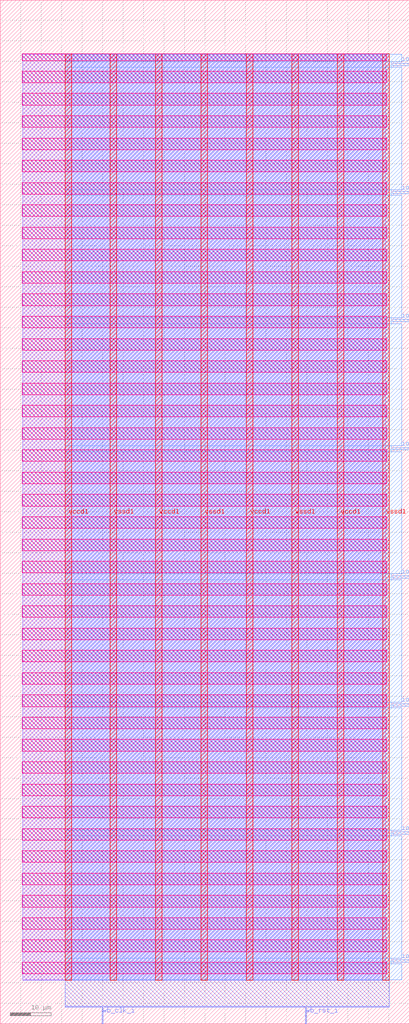
<source format=lef>
VERSION 5.7 ;
  NOWIREEXTENSIONATPIN ON ;
  DIVIDERCHAR "/" ;
  BUSBITCHARS "[]" ;
MACRO user_proj_example
  CLASS BLOCK ;
  FOREIGN user_proj_example ;
  ORIGIN 0.000 0.000 ;
  SIZE 100.000 BY 250.000 ;
  PIN io_oeb[0]
    DIRECTION OUTPUT TRISTATE ;
    USE SIGNAL ;
    PORT
      LAYER met3 ;
        RECT 96.000 46.280 100.000 46.880 ;
    END
  END io_oeb[0]
  PIN io_oeb[1]
    DIRECTION OUTPUT TRISTATE ;
    USE SIGNAL ;
    PORT
      LAYER met3 ;
        RECT 96.000 108.840 100.000 109.440 ;
    END
  END io_oeb[1]
  PIN io_oeb[2]
    DIRECTION OUTPUT TRISTATE ;
    USE SIGNAL ;
    PORT
      LAYER met3 ;
        RECT 96.000 171.400 100.000 172.000 ;
    END
  END io_oeb[2]
  PIN io_oeb[3]
    DIRECTION OUTPUT TRISTATE ;
    USE SIGNAL ;
    PORT
      LAYER met3 ;
        RECT 96.000 233.960 100.000 234.560 ;
    END
  END io_oeb[3]
  PIN io_out[0]
    DIRECTION OUTPUT TRISTATE ;
    USE SIGNAL ;
    ANTENNADIFFAREA 2.673000 ;
    PORT
      LAYER met3 ;
        RECT 96.000 15.000 100.000 15.600 ;
    END
  END io_out[0]
  PIN io_out[1]
    DIRECTION OUTPUT TRISTATE ;
    USE SIGNAL ;
    ANTENNADIFFAREA 2.673000 ;
    PORT
      LAYER met3 ;
        RECT 96.000 77.560 100.000 78.160 ;
    END
  END io_out[1]
  PIN io_out[2]
    DIRECTION OUTPUT TRISTATE ;
    USE SIGNAL ;
    ANTENNADIFFAREA 2.673000 ;
    PORT
      LAYER met3 ;
        RECT 96.000 140.120 100.000 140.720 ;
    END
  END io_out[2]
  PIN io_out[3]
    DIRECTION OUTPUT TRISTATE ;
    USE SIGNAL ;
    ANTENNADIFFAREA 2.673000 ;
    PORT
      LAYER met3 ;
        RECT 96.000 202.680 100.000 203.280 ;
    END
  END io_out[3]
  PIN vccd1
    DIRECTION INOUT ;
    USE POWER ;
    PORT
      LAYER met4 ;
        RECT 15.815 10.640 17.415 236.880 ;
    END
    PORT
      LAYER met4 ;
        RECT 38.010 10.640 39.610 236.880 ;
    END
    PORT
      LAYER met4 ;
        RECT 60.205 10.640 61.805 236.880 ;
    END
    PORT
      LAYER met4 ;
        RECT 82.400 10.640 84.000 236.880 ;
    END
  END vccd1
  PIN vssd1
    DIRECTION INOUT ;
    USE GROUND ;
    PORT
      LAYER met4 ;
        RECT 26.910 10.640 28.510 236.880 ;
    END
    PORT
      LAYER met4 ;
        RECT 49.105 10.640 50.705 236.880 ;
    END
    PORT
      LAYER met4 ;
        RECT 71.300 10.640 72.900 236.880 ;
    END
    PORT
      LAYER met4 ;
        RECT 93.495 10.640 95.095 236.880 ;
    END
  END vssd1
  PIN wb_clk_i
    DIRECTION INPUT ;
    USE SIGNAL ;
    ANTENNAGATEAREA 0.852000 ;
    PORT
      LAYER met2 ;
        RECT 24.930 0.000 25.210 4.000 ;
    END
  END wb_clk_i
  PIN wb_rst_i
    DIRECTION INPUT ;
    USE SIGNAL ;
    ANTENNAGATEAREA 0.196500 ;
    PORT
      LAYER met2 ;
        RECT 74.610 0.000 74.890 4.000 ;
    END
  END wb_rst_i
  OBS
      LAYER nwell ;
        RECT 5.330 235.225 94.490 236.830 ;
        RECT 5.330 229.785 94.490 232.615 ;
        RECT 5.330 224.345 94.490 227.175 ;
        RECT 5.330 218.905 94.490 221.735 ;
        RECT 5.330 213.465 94.490 216.295 ;
        RECT 5.330 208.025 94.490 210.855 ;
        RECT 5.330 202.585 94.490 205.415 ;
        RECT 5.330 197.145 94.490 199.975 ;
        RECT 5.330 191.705 94.490 194.535 ;
        RECT 5.330 186.265 94.490 189.095 ;
        RECT 5.330 180.825 94.490 183.655 ;
        RECT 5.330 175.385 94.490 178.215 ;
        RECT 5.330 169.945 94.490 172.775 ;
        RECT 5.330 164.505 94.490 167.335 ;
        RECT 5.330 159.065 94.490 161.895 ;
        RECT 5.330 153.625 94.490 156.455 ;
        RECT 5.330 148.185 94.490 151.015 ;
        RECT 5.330 142.745 94.490 145.575 ;
        RECT 5.330 137.305 94.490 140.135 ;
        RECT 5.330 131.865 94.490 134.695 ;
        RECT 5.330 126.425 94.490 129.255 ;
        RECT 5.330 120.985 94.490 123.815 ;
        RECT 5.330 115.545 94.490 118.375 ;
        RECT 5.330 110.105 94.490 112.935 ;
        RECT 5.330 104.665 94.490 107.495 ;
        RECT 5.330 99.225 94.490 102.055 ;
        RECT 5.330 93.785 94.490 96.615 ;
        RECT 5.330 88.345 94.490 91.175 ;
        RECT 5.330 82.905 94.490 85.735 ;
        RECT 5.330 77.465 94.490 80.295 ;
        RECT 5.330 72.025 94.490 74.855 ;
        RECT 5.330 66.585 94.490 69.415 ;
        RECT 5.330 61.145 94.490 63.975 ;
        RECT 5.330 55.705 94.490 58.535 ;
        RECT 5.330 50.265 94.490 53.095 ;
        RECT 5.330 44.825 94.490 47.655 ;
        RECT 5.330 39.385 94.490 42.215 ;
        RECT 5.330 33.945 94.490 36.775 ;
        RECT 5.330 28.505 94.490 31.335 ;
        RECT 5.330 23.065 94.490 25.895 ;
        RECT 5.330 17.625 94.490 20.455 ;
        RECT 5.330 12.185 94.490 15.015 ;
      LAYER li1 ;
        RECT 5.520 10.795 94.300 236.725 ;
      LAYER met1 ;
        RECT 5.520 10.640 95.095 236.880 ;
      LAYER met2 ;
        RECT 15.845 4.280 95.065 236.825 ;
        RECT 15.845 4.000 24.650 4.280 ;
        RECT 25.490 4.000 74.330 4.280 ;
        RECT 75.170 4.000 95.065 4.280 ;
      LAYER met3 ;
        RECT 15.825 234.960 98.130 236.805 ;
        RECT 15.825 233.560 95.600 234.960 ;
        RECT 15.825 203.680 98.130 233.560 ;
        RECT 15.825 202.280 95.600 203.680 ;
        RECT 15.825 172.400 98.130 202.280 ;
        RECT 15.825 171.000 95.600 172.400 ;
        RECT 15.825 141.120 98.130 171.000 ;
        RECT 15.825 139.720 95.600 141.120 ;
        RECT 15.825 109.840 98.130 139.720 ;
        RECT 15.825 108.440 95.600 109.840 ;
        RECT 15.825 78.560 98.130 108.440 ;
        RECT 15.825 77.160 95.600 78.560 ;
        RECT 15.825 47.280 98.130 77.160 ;
        RECT 15.825 45.880 95.600 47.280 ;
        RECT 15.825 16.000 98.130 45.880 ;
        RECT 15.825 14.600 95.600 16.000 ;
        RECT 15.825 10.715 98.130 14.600 ;
  END
END user_proj_example
END LIBRARY


</source>
